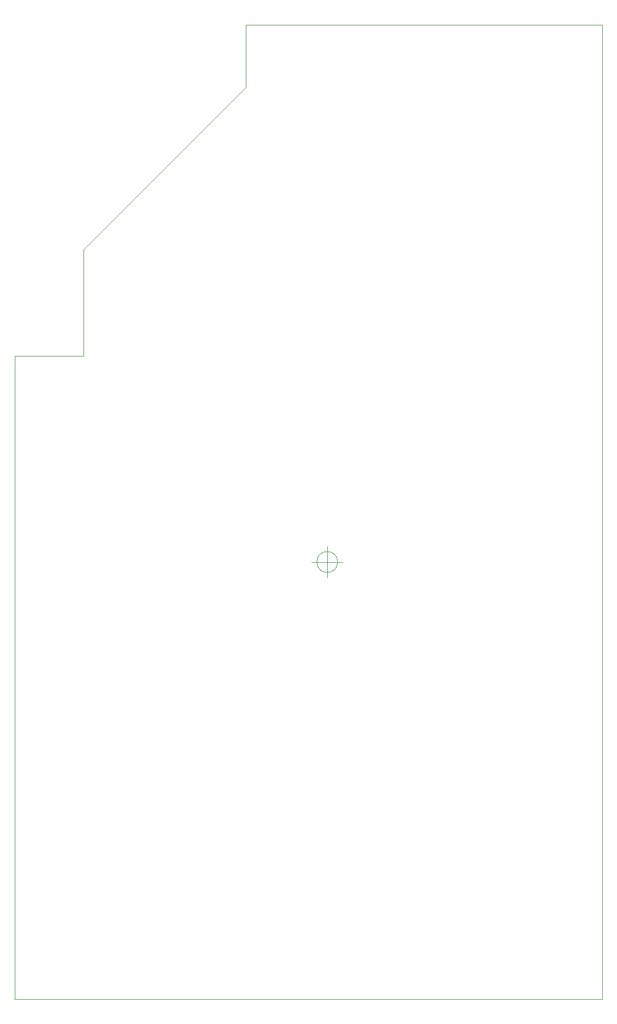
<source format=gm1>
G04 #@! TF.GenerationSoftware,KiCad,Pcbnew,6.0.1-79c1e3a40b~116~ubuntu20.04.1*
G04 #@! TF.CreationDate,2022-01-29T22:23:29-05:00*
G04 #@! TF.ProjectId,herovco_back,6865726f-7663-46f5-9f62-61636b2e6b69,rev?*
G04 #@! TF.SameCoordinates,Original*
G04 #@! TF.FileFunction,Profile,NP*
%FSLAX46Y46*%
G04 Gerber Fmt 4.6, Leading zero omitted, Abs format (unit mm)*
G04 Created by KiCad (PCBNEW 6.0.1-79c1e3a40b~116~ubuntu20.04.1) date 2022-01-29 22:23:29*
%MOMM*%
%LPD*%
G01*
G04 APERTURE LIST*
G04 #@! TA.AperFunction,Profile*
%ADD10C,0.100000*%
G04 #@! TD*
G04 #@! TA.AperFunction,Profile*
%ADD11C,0.050000*%
G04 #@! TD*
G04 APERTURE END LIST*
D10*
X115799168Y-63499444D02*
X141799000Y-37499585D01*
X115799000Y-80499000D02*
X115799168Y-63499444D01*
X141799000Y-37499585D02*
X141799804Y-27499019D01*
X104799076Y-183500382D02*
X104799043Y-80499709D01*
X141799804Y-27499019D02*
X198800923Y-27499617D01*
X104799043Y-80499709D02*
X115799000Y-80499000D01*
X198800923Y-27499617D02*
X198800382Y-183500923D01*
X198800382Y-183500923D02*
X104799076Y-183500382D01*
D11*
X156466666Y-113500000D02*
G75*
G03*
X156466666Y-113500000I-1666666J0D01*
G01*
X152300000Y-113500000D02*
X157300000Y-113500000D01*
X154800000Y-111000000D02*
X154800000Y-116000000D01*
X156466666Y-113500000D02*
G75*
G03*
X156466666Y-113500000I-1666666J0D01*
G01*
X152300000Y-113500000D02*
X157300000Y-113500000D01*
X154800000Y-111000000D02*
X154800000Y-116000000D01*
X156466666Y-113500000D02*
G75*
G03*
X156466666Y-113500000I-1666666J0D01*
G01*
X152300000Y-113500000D02*
X157300000Y-113500000D01*
X154800000Y-111000000D02*
X154800000Y-116000000D01*
M02*

</source>
